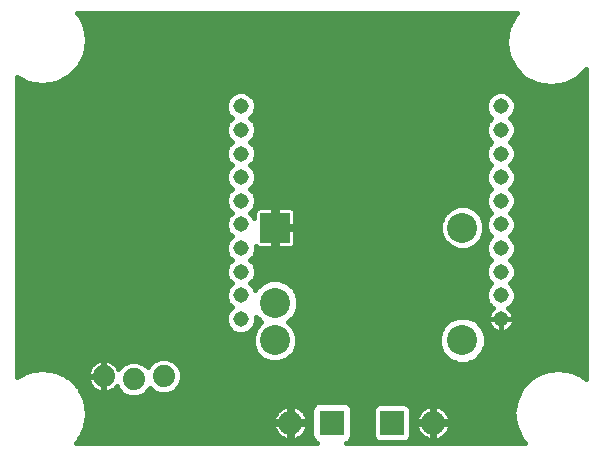
<source format=gbl>
G75*
G70*
%OFA0B0*%
%FSLAX24Y24*%
%IPPOS*%
%LPD*%
%AMOC8*
5,1,8,0,0,1.08239X$1,22.5*
%
%ADD10C,0.0515*%
%ADD11C,0.1000*%
%ADD12R,0.1000X0.1000*%
%ADD13C,0.0740*%
%ADD14R,0.0800X0.0800*%
%ADD15C,0.0800*%
%ADD16C,0.0396*%
%ADD17C,0.0160*%
D10*
X008220Y005014D03*
X008220Y005801D03*
X008220Y006589D03*
X008220Y007376D03*
X008220Y008164D03*
X008220Y008951D03*
X008220Y009738D03*
X008220Y010526D03*
X008220Y011313D03*
X008220Y012101D03*
X016881Y012101D03*
X016881Y011313D03*
X016881Y010526D03*
X016881Y009738D03*
X016881Y008951D03*
X016881Y008164D03*
X016881Y007376D03*
X016881Y006589D03*
X016881Y005801D03*
X016881Y005014D03*
D11*
X015600Y004307D03*
X015600Y008057D03*
X009350Y005557D03*
X009350Y004307D03*
D12*
X009350Y008057D03*
D13*
X005650Y003107D03*
X004650Y003007D03*
X003650Y003107D03*
D14*
X011250Y001557D03*
X013250Y001557D03*
D15*
X014628Y001557D03*
X009872Y001557D03*
D16*
X008150Y001557D03*
X006950Y006457D03*
X001650Y003957D03*
X012150Y013257D03*
X018250Y009457D03*
X016250Y001557D03*
D17*
X002810Y000979D02*
X002718Y000887D01*
X010770Y000887D01*
X010692Y000920D01*
X010613Y000999D01*
X010570Y001102D01*
X010570Y002013D01*
X010613Y002116D01*
X010692Y002195D01*
X010795Y002237D01*
X011706Y002237D01*
X011809Y002195D01*
X011888Y002116D01*
X011930Y002013D01*
X011930Y001102D01*
X011888Y000999D01*
X011809Y000920D01*
X011730Y000887D01*
X017682Y000887D01*
X017591Y000979D01*
X017591Y000979D01*
X017378Y001395D01*
X017378Y001395D01*
X017305Y001857D01*
X017305Y001857D01*
X017378Y002319D01*
X017378Y002319D01*
X017591Y002736D01*
X017591Y002736D01*
X017921Y003067D01*
X017921Y003067D01*
X018338Y003279D01*
X018338Y003279D01*
X018800Y003352D01*
X018800Y003352D01*
X019262Y003279D01*
X019262Y003279D01*
X019679Y003067D01*
X019740Y003005D01*
X019740Y013359D01*
X019429Y013048D01*
X019429Y013048D01*
X019012Y012835D01*
X018550Y012762D01*
X018550Y012762D01*
X018088Y012835D01*
X018088Y012835D01*
X017671Y013048D01*
X017671Y013048D01*
X017341Y013379D01*
X017341Y013379D01*
X017128Y013795D01*
X017128Y013795D01*
X017055Y014257D01*
X017055Y014257D01*
X017128Y014719D01*
X017128Y014719D01*
X017341Y015136D01*
X017341Y015136D01*
X017428Y015223D01*
X002772Y015223D01*
X002810Y015186D01*
X002810Y015186D01*
X003022Y014769D01*
X003022Y014769D01*
X003095Y014307D01*
X003095Y014307D01*
X003022Y013845D01*
X002810Y013429D01*
X002479Y013098D01*
X002479Y013098D01*
X002062Y012885D01*
X002062Y012885D01*
X001600Y012812D01*
X001600Y012812D01*
X001138Y012885D01*
X001138Y012885D01*
X000750Y013083D01*
X000750Y003081D01*
X001138Y003279D01*
X001138Y003279D01*
X001600Y003352D01*
X001600Y003352D01*
X002062Y003279D01*
X002062Y003279D01*
X002479Y003067D01*
X002479Y003067D01*
X002810Y002736D01*
X002810Y002736D01*
X003022Y002319D01*
X003022Y002319D01*
X003095Y001857D01*
X003022Y001395D01*
X003022Y001395D01*
X002810Y000979D01*
X002810Y000979D01*
X002837Y001033D02*
X009624Y001033D01*
X009650Y001020D02*
X009736Y000992D01*
X009827Y000977D01*
X009834Y000977D01*
X009834Y001519D01*
X009910Y001519D01*
X009910Y000977D01*
X009918Y000977D01*
X010008Y000992D01*
X010095Y001020D01*
X010176Y001061D01*
X010250Y001115D01*
X010315Y001179D01*
X010368Y001253D01*
X010410Y001335D01*
X010438Y001422D01*
X010452Y001512D01*
X010452Y001519D01*
X009910Y001519D01*
X009910Y001595D01*
X010452Y001595D01*
X010452Y001603D01*
X010438Y001693D01*
X010410Y001780D01*
X010368Y001861D01*
X010315Y001935D01*
X010250Y002000D01*
X010176Y002053D01*
X010095Y002095D01*
X010008Y002123D01*
X009918Y002137D01*
X009910Y002137D01*
X009910Y001595D01*
X009834Y001595D01*
X009834Y001519D01*
X009292Y001519D01*
X009292Y001512D01*
X009307Y001422D01*
X009335Y001335D01*
X009376Y001253D01*
X009430Y001179D01*
X009494Y001115D01*
X009568Y001061D01*
X009650Y001020D01*
X009834Y001033D02*
X009910Y001033D01*
X009910Y001191D02*
X009834Y001191D01*
X009834Y001350D02*
X009910Y001350D01*
X009910Y001508D02*
X009834Y001508D01*
X009834Y001595D02*
X009292Y001595D01*
X009292Y001603D01*
X009307Y001693D01*
X009335Y001780D01*
X009376Y001861D01*
X009430Y001935D01*
X009494Y002000D01*
X009568Y002053D01*
X009650Y002095D01*
X009736Y002123D01*
X009827Y002137D01*
X009834Y002137D01*
X009834Y001595D01*
X009834Y001667D02*
X009910Y001667D01*
X009910Y001825D02*
X009834Y001825D01*
X009834Y001984D02*
X009910Y001984D01*
X010266Y001984D02*
X010570Y001984D01*
X010570Y001825D02*
X010387Y001825D01*
X010442Y001667D02*
X010570Y001667D01*
X010570Y001508D02*
X010452Y001508D01*
X010415Y001350D02*
X010570Y001350D01*
X010570Y001191D02*
X010323Y001191D01*
X010120Y001033D02*
X010599Y001033D01*
X009421Y001191D02*
X002918Y001191D01*
X002999Y001350D02*
X009330Y001350D01*
X009293Y001508D02*
X003040Y001508D01*
X003065Y001667D02*
X009302Y001667D01*
X009358Y001825D02*
X003090Y001825D01*
X003075Y001984D02*
X009479Y001984D01*
X010639Y002142D02*
X003050Y002142D01*
X003025Y002301D02*
X017375Y002301D01*
X017350Y002142D02*
X013805Y002142D01*
X013786Y002161D02*
X013698Y002197D01*
X012802Y002197D01*
X012714Y002161D01*
X012647Y002093D01*
X012610Y002005D01*
X012610Y001110D01*
X012647Y001021D01*
X012714Y000954D01*
X012802Y000917D01*
X013698Y000917D01*
X013786Y000954D01*
X013854Y001021D01*
X013890Y001110D01*
X013890Y002005D01*
X013854Y002093D01*
X013786Y002161D01*
X013890Y001984D02*
X014234Y001984D01*
X014250Y002000D02*
X014186Y001935D01*
X014132Y001861D01*
X014091Y001780D01*
X014062Y001693D01*
X014048Y001603D01*
X014048Y001595D01*
X014590Y001595D01*
X014590Y001519D01*
X014666Y001519D01*
X014666Y000977D01*
X014674Y000977D01*
X014764Y000992D01*
X014851Y001020D01*
X014932Y001061D01*
X015006Y001115D01*
X015071Y001179D01*
X015124Y001253D01*
X015166Y001335D01*
X015194Y001422D01*
X015208Y001512D01*
X015208Y001519D01*
X014666Y001519D01*
X014666Y001595D01*
X015208Y001595D01*
X015208Y001603D01*
X015194Y001693D01*
X015166Y001780D01*
X015124Y001861D01*
X015071Y001935D01*
X015006Y002000D01*
X014932Y002053D01*
X014851Y002095D01*
X014764Y002123D01*
X014674Y002137D01*
X014666Y002137D01*
X014666Y001595D01*
X014590Y001595D01*
X014590Y002137D01*
X014583Y002137D01*
X014492Y002123D01*
X014406Y002095D01*
X014324Y002053D01*
X014250Y002000D01*
X014114Y001825D02*
X013890Y001825D01*
X013890Y001667D02*
X014058Y001667D01*
X014048Y001519D02*
X014048Y001512D01*
X014062Y001422D01*
X014091Y001335D01*
X014132Y001253D01*
X014186Y001179D01*
X014250Y001115D01*
X014324Y001061D01*
X014406Y001020D01*
X014492Y000992D01*
X014583Y000977D01*
X014590Y000977D01*
X014590Y001519D01*
X014048Y001519D01*
X014049Y001508D02*
X013890Y001508D01*
X013890Y001350D02*
X014086Y001350D01*
X014177Y001191D02*
X013890Y001191D01*
X013858Y001033D02*
X014380Y001033D01*
X014590Y001033D02*
X014666Y001033D01*
X014666Y001191D02*
X014590Y001191D01*
X014590Y001350D02*
X014666Y001350D01*
X014666Y001508D02*
X014590Y001508D01*
X014590Y001667D02*
X014666Y001667D01*
X014666Y001825D02*
X014590Y001825D01*
X014590Y001984D02*
X014666Y001984D01*
X015022Y001984D02*
X017325Y001984D01*
X017310Y001825D02*
X015143Y001825D01*
X015198Y001667D02*
X017335Y001667D01*
X017360Y001508D02*
X015208Y001508D01*
X015171Y001350D02*
X017402Y001350D01*
X017482Y001191D02*
X015079Y001191D01*
X014876Y001033D02*
X017563Y001033D01*
X017450Y002459D02*
X004921Y002459D01*
X004996Y002490D02*
X005167Y002662D01*
X005187Y002708D01*
X005305Y002590D01*
X005529Y002497D01*
X005772Y002497D01*
X005996Y002590D01*
X006167Y002762D01*
X006260Y002986D01*
X006260Y003229D01*
X006167Y003453D01*
X005996Y003624D01*
X005772Y003717D01*
X005529Y003717D01*
X005305Y003624D01*
X005133Y003453D01*
X005114Y003406D01*
X004996Y003524D01*
X004772Y003617D01*
X004529Y003617D01*
X004305Y003524D01*
X004139Y003359D01*
X004121Y003396D01*
X004070Y003466D01*
X004009Y003527D01*
X003938Y003578D01*
X003861Y003617D01*
X003779Y003644D01*
X003693Y003657D01*
X003670Y003657D01*
X003670Y003127D01*
X003630Y003127D01*
X003630Y003087D01*
X003670Y003087D01*
X003670Y002557D01*
X003693Y002557D01*
X003779Y002571D01*
X003861Y002598D01*
X003938Y002637D01*
X004009Y002688D01*
X004070Y002749D01*
X004087Y002773D01*
X004133Y002662D01*
X004305Y002490D01*
X004529Y002397D01*
X004772Y002397D01*
X004996Y002490D01*
X005123Y002618D02*
X005277Y002618D01*
X006023Y002618D02*
X017530Y002618D01*
X017631Y002776D02*
X006173Y002776D01*
X006239Y002935D02*
X017789Y002935D01*
X017974Y003093D02*
X006260Y003093D01*
X006251Y003252D02*
X018285Y003252D01*
X019316Y003252D02*
X019740Y003252D01*
X019740Y003410D02*
X006185Y003410D01*
X006051Y003569D02*
X009199Y003569D01*
X009203Y003567D02*
X009497Y003567D01*
X009769Y003680D01*
X009978Y003888D01*
X010090Y004160D01*
X010090Y004455D01*
X009978Y004726D01*
X009800Y004904D01*
X010011Y005115D01*
X010130Y005402D01*
X010130Y005712D01*
X010011Y005999D01*
X009792Y006219D01*
X009505Y006337D01*
X009195Y006337D01*
X008908Y006219D01*
X008689Y005999D01*
X008683Y005984D01*
X008641Y006083D01*
X008529Y006195D01*
X008641Y006307D01*
X008717Y006490D01*
X008717Y006688D01*
X008641Y006871D01*
X008529Y006983D01*
X008641Y007094D01*
X008717Y007277D01*
X008717Y007436D01*
X008740Y007413D01*
X008781Y007390D01*
X008827Y007377D01*
X009293Y007377D01*
X009293Y008000D01*
X009408Y008000D01*
X009408Y008115D01*
X010030Y008115D01*
X010030Y008581D01*
X010018Y008627D01*
X009994Y008668D01*
X009961Y008701D01*
X009920Y008725D01*
X009874Y008737D01*
X009408Y008737D01*
X009408Y008115D01*
X009293Y008115D01*
X009293Y008737D01*
X008827Y008737D01*
X008781Y008725D01*
X008740Y008701D01*
X008706Y008668D01*
X008682Y008627D01*
X008670Y008581D01*
X008670Y008375D01*
X008641Y008445D01*
X008529Y008557D01*
X008641Y008669D01*
X008717Y008852D01*
X008717Y009050D01*
X008641Y009233D01*
X008529Y009345D01*
X008641Y009457D01*
X008717Y009639D01*
X008717Y009837D01*
X008641Y010020D01*
X008529Y010132D01*
X008641Y010244D01*
X008717Y010427D01*
X008717Y010625D01*
X008641Y010808D01*
X008529Y010920D01*
X008641Y011031D01*
X008717Y011214D01*
X008717Y011412D01*
X008641Y011595D01*
X008529Y011707D01*
X008641Y011819D01*
X008717Y012002D01*
X008717Y012200D01*
X008641Y012382D01*
X008501Y012522D01*
X008318Y012598D01*
X008121Y012598D01*
X007938Y012522D01*
X007798Y012382D01*
X007722Y012200D01*
X007722Y012002D01*
X007798Y011819D01*
X007910Y011707D01*
X007798Y011595D01*
X007722Y011412D01*
X007722Y011214D01*
X007798Y011031D01*
X007910Y010920D01*
X007798Y010808D01*
X007722Y010625D01*
X007722Y010427D01*
X007798Y010244D01*
X007910Y010132D01*
X007798Y010020D01*
X007722Y009837D01*
X007722Y009639D01*
X007798Y009457D01*
X007910Y009345D01*
X007798Y009233D01*
X007722Y009050D01*
X007722Y008852D01*
X007798Y008669D01*
X007910Y008557D01*
X007798Y008445D01*
X007722Y008263D01*
X007722Y008065D01*
X007798Y007882D01*
X007910Y007770D01*
X007798Y007658D01*
X007722Y007475D01*
X007722Y007277D01*
X007798Y007094D01*
X007910Y006983D01*
X007798Y006871D01*
X007722Y006688D01*
X007722Y006490D01*
X007798Y006307D01*
X007910Y006195D01*
X007798Y006083D01*
X007722Y005900D01*
X007722Y005702D01*
X007798Y005520D01*
X007910Y005408D01*
X007798Y005296D01*
X007722Y005113D01*
X007722Y004915D01*
X007798Y004732D01*
X007938Y004592D01*
X008121Y004517D01*
X008318Y004517D01*
X008501Y004592D01*
X008641Y004732D01*
X008717Y004915D01*
X008717Y005087D01*
X008900Y004904D01*
X008723Y004726D01*
X008610Y004455D01*
X008610Y004160D01*
X008723Y003888D01*
X008931Y003680D01*
X009203Y003567D01*
X009501Y003569D02*
X015345Y003569D01*
X015445Y003527D02*
X015755Y003527D01*
X016042Y003646D01*
X016261Y003865D01*
X016380Y004152D01*
X016380Y004462D01*
X016261Y004749D01*
X016042Y004969D01*
X015755Y005087D01*
X015445Y005087D01*
X015158Y004969D01*
X014939Y004749D01*
X014820Y004462D01*
X014820Y004152D01*
X014939Y003865D01*
X015158Y003646D01*
X015445Y003527D01*
X015077Y003727D02*
X009817Y003727D01*
X009975Y003886D02*
X014931Y003886D01*
X014865Y004044D02*
X010042Y004044D01*
X010090Y004203D02*
X014820Y004203D01*
X014820Y004361D02*
X010090Y004361D01*
X010063Y004520D02*
X014844Y004520D01*
X014910Y004678D02*
X009998Y004678D01*
X009867Y004837D02*
X015027Y004837D01*
X015223Y004995D02*
X009891Y004995D01*
X010027Y005154D02*
X016466Y005154D01*
X016475Y005182D02*
X016454Y005116D01*
X016443Y005048D01*
X016443Y005014D01*
X016443Y004980D01*
X016454Y004912D01*
X016475Y004846D01*
X016507Y004785D01*
X016547Y004729D01*
X016596Y004680D01*
X016652Y004640D01*
X016713Y004609D01*
X016778Y004587D01*
X016846Y004577D01*
X016881Y004577D01*
X016915Y004577D01*
X016983Y004587D01*
X017049Y004609D01*
X017110Y004640D01*
X017166Y004680D01*
X017215Y004729D01*
X017255Y004785D01*
X017286Y004846D01*
X017308Y004912D01*
X017318Y004980D01*
X017318Y005014D01*
X016881Y005014D01*
X016881Y005014D01*
X017318Y005014D01*
X017318Y005048D01*
X017308Y005116D01*
X017286Y005182D01*
X017255Y005243D01*
X017215Y005299D01*
X017166Y005348D01*
X017137Y005369D01*
X017163Y005380D01*
X017303Y005520D01*
X017378Y005702D01*
X017378Y005900D01*
X017303Y006083D01*
X017191Y006195D01*
X017303Y006307D01*
X017378Y006490D01*
X017378Y006688D01*
X017303Y006871D01*
X017191Y006983D01*
X017303Y007094D01*
X017378Y007277D01*
X017378Y007475D01*
X017303Y007658D01*
X017191Y007770D01*
X017303Y007882D01*
X017378Y008065D01*
X017378Y008263D01*
X017303Y008445D01*
X017191Y008557D01*
X017303Y008669D01*
X017378Y008852D01*
X017378Y009050D01*
X017303Y009233D01*
X017191Y009345D01*
X017303Y009457D01*
X017378Y009639D01*
X017378Y009837D01*
X017303Y010020D01*
X017191Y010132D01*
X017303Y010244D01*
X017378Y010427D01*
X017378Y010625D01*
X017303Y010808D01*
X017191Y010920D01*
X017303Y011031D01*
X017378Y011214D01*
X017378Y011412D01*
X017303Y011595D01*
X017191Y011707D01*
X017303Y011819D01*
X017378Y012002D01*
X017378Y012200D01*
X017303Y012382D01*
X017163Y012522D01*
X016980Y012598D01*
X016782Y012598D01*
X016599Y012522D01*
X016459Y012382D01*
X016383Y012200D01*
X016383Y012002D01*
X016459Y011819D01*
X016571Y011707D01*
X016459Y011595D01*
X016383Y011412D01*
X016383Y011214D01*
X016459Y011031D01*
X016571Y010920D01*
X016459Y010808D01*
X016383Y010625D01*
X016383Y010427D01*
X016459Y010244D01*
X016571Y010132D01*
X016459Y010020D01*
X016383Y009837D01*
X016383Y009639D01*
X016459Y009457D01*
X016571Y009345D01*
X016459Y009233D01*
X016383Y009050D01*
X016383Y008852D01*
X016459Y008669D01*
X016571Y008557D01*
X016459Y008445D01*
X016383Y008263D01*
X016383Y008065D01*
X016459Y007882D01*
X016571Y007770D01*
X016459Y007658D01*
X016383Y007475D01*
X016383Y007277D01*
X016459Y007094D01*
X016571Y006983D01*
X016459Y006871D01*
X016383Y006688D01*
X016383Y006490D01*
X016459Y006307D01*
X016571Y006195D01*
X016459Y006083D01*
X016383Y005900D01*
X016383Y005702D01*
X016459Y005520D01*
X016599Y005380D01*
X016625Y005369D01*
X016596Y005348D01*
X016547Y005299D01*
X016507Y005243D01*
X016475Y005182D01*
X016561Y005312D02*
X010093Y005312D01*
X010130Y005471D02*
X016508Y005471D01*
X016414Y005629D02*
X010130Y005629D01*
X010099Y005788D02*
X016383Y005788D01*
X016402Y005946D02*
X010033Y005946D01*
X009906Y006105D02*
X016481Y006105D01*
X016503Y006263D02*
X009684Y006263D01*
X009016Y006263D02*
X008598Y006263D01*
X008620Y006105D02*
X008795Y006105D01*
X008689Y006422D02*
X016412Y006422D01*
X016383Y006580D02*
X008717Y006580D01*
X008696Y006739D02*
X016405Y006739D01*
X016486Y006897D02*
X008615Y006897D01*
X008603Y007056D02*
X016498Y007056D01*
X016410Y007214D02*
X008691Y007214D01*
X008717Y007373D02*
X015319Y007373D01*
X015453Y007317D02*
X015747Y007317D01*
X016019Y007430D01*
X016228Y007638D01*
X016340Y007910D01*
X016340Y008205D01*
X016228Y008476D01*
X016019Y008685D01*
X015747Y008797D01*
X015453Y008797D01*
X015181Y008685D01*
X014973Y008476D01*
X014860Y008205D01*
X014860Y007910D01*
X014973Y007638D01*
X015181Y007430D01*
X015453Y007317D01*
X015080Y007531D02*
X010030Y007531D01*
X010030Y007534D02*
X010030Y008000D01*
X009408Y008000D01*
X009408Y007377D01*
X009874Y007377D01*
X009920Y007390D01*
X009961Y007413D01*
X009994Y007447D01*
X010018Y007488D01*
X010030Y007534D01*
X010030Y007690D02*
X014951Y007690D01*
X014886Y007848D02*
X010030Y007848D01*
X010030Y008165D02*
X014860Y008165D01*
X014860Y008007D02*
X009408Y008007D01*
X009408Y008165D02*
X009293Y008165D01*
X009293Y008324D02*
X009408Y008324D01*
X009408Y008482D02*
X009293Y008482D01*
X009293Y008641D02*
X009408Y008641D01*
X010010Y008641D02*
X015137Y008641D01*
X014979Y008482D02*
X010030Y008482D01*
X010030Y008324D02*
X014910Y008324D01*
X016063Y008641D02*
X016488Y008641D01*
X016496Y008482D02*
X016222Y008482D01*
X016291Y008324D02*
X016409Y008324D01*
X016383Y008165D02*
X016340Y008165D01*
X016340Y008007D02*
X016407Y008007D01*
X016493Y007848D02*
X016315Y007848D01*
X016249Y007690D02*
X016491Y007690D01*
X016407Y007531D02*
X016121Y007531D01*
X015881Y007373D02*
X016383Y007373D01*
X017264Y007056D02*
X019740Y007056D01*
X019740Y007214D02*
X017352Y007214D01*
X017378Y007373D02*
X019740Y007373D01*
X019740Y007531D02*
X017355Y007531D01*
X017271Y007690D02*
X019740Y007690D01*
X019740Y007848D02*
X017269Y007848D01*
X017354Y008007D02*
X019740Y008007D01*
X019740Y008165D02*
X017378Y008165D01*
X017353Y008324D02*
X019740Y008324D01*
X019740Y008482D02*
X017266Y008482D01*
X017274Y008641D02*
X019740Y008641D01*
X019740Y008799D02*
X017357Y008799D01*
X017378Y008958D02*
X019740Y008958D01*
X019740Y009116D02*
X017351Y009116D01*
X017261Y009275D02*
X019740Y009275D01*
X019740Y009433D02*
X017279Y009433D01*
X017359Y009592D02*
X019740Y009592D01*
X019740Y009750D02*
X017378Y009750D01*
X017349Y009909D02*
X019740Y009909D01*
X019740Y010067D02*
X017256Y010067D01*
X017284Y010226D02*
X019740Y010226D01*
X019740Y010384D02*
X017361Y010384D01*
X017378Y010543D02*
X019740Y010543D01*
X019740Y010701D02*
X017347Y010701D01*
X017250Y010860D02*
X019740Y010860D01*
X019740Y011018D02*
X017290Y011018D01*
X017363Y011177D02*
X019740Y011177D01*
X019740Y011335D02*
X017378Y011335D01*
X017345Y011494D02*
X019740Y011494D01*
X019740Y011652D02*
X017245Y011652D01*
X017295Y011811D02*
X019740Y011811D01*
X019740Y011969D02*
X017365Y011969D01*
X017378Y012128D02*
X019740Y012128D01*
X019740Y012286D02*
X017342Y012286D01*
X017240Y012445D02*
X019740Y012445D01*
X019740Y012603D02*
X000750Y012603D01*
X000750Y012445D02*
X007860Y012445D01*
X007758Y012286D02*
X000750Y012286D01*
X000750Y012128D02*
X007722Y012128D01*
X007735Y011969D02*
X000750Y011969D01*
X000750Y011811D02*
X007806Y011811D01*
X007855Y011652D02*
X000750Y011652D01*
X000750Y011494D02*
X007756Y011494D01*
X007722Y011335D02*
X000750Y011335D01*
X000750Y011177D02*
X007738Y011177D01*
X007811Y011018D02*
X000750Y011018D01*
X000750Y010860D02*
X007850Y010860D01*
X007754Y010701D02*
X000750Y010701D01*
X000750Y010543D02*
X007722Y010543D01*
X007740Y010384D02*
X000750Y010384D01*
X000750Y010226D02*
X007816Y010226D01*
X007845Y010067D02*
X000750Y010067D01*
X000750Y009909D02*
X007752Y009909D01*
X007722Y009750D02*
X000750Y009750D01*
X000750Y009592D02*
X007742Y009592D01*
X007821Y009433D02*
X000750Y009433D01*
X000750Y009275D02*
X007840Y009275D01*
X007750Y009116D02*
X000750Y009116D01*
X000750Y008958D02*
X007722Y008958D01*
X007744Y008799D02*
X000750Y008799D01*
X000750Y008641D02*
X007826Y008641D01*
X007835Y008482D02*
X000750Y008482D01*
X000750Y008324D02*
X007747Y008324D01*
X007722Y008165D02*
X000750Y008165D01*
X000750Y008007D02*
X007746Y008007D01*
X007831Y007848D02*
X000750Y007848D01*
X000750Y007690D02*
X007830Y007690D01*
X007745Y007531D02*
X000750Y007531D01*
X000750Y007373D02*
X007722Y007373D01*
X007748Y007214D02*
X000750Y007214D01*
X000750Y007056D02*
X007836Y007056D01*
X007824Y006897D02*
X000750Y006897D01*
X000750Y006739D02*
X007743Y006739D01*
X007722Y006580D02*
X000750Y006580D01*
X000750Y006422D02*
X007750Y006422D01*
X007841Y006263D02*
X000750Y006263D01*
X000750Y006105D02*
X007819Y006105D01*
X007741Y005946D02*
X000750Y005946D01*
X000750Y005788D02*
X007722Y005788D01*
X007752Y005629D02*
X000750Y005629D01*
X000750Y005471D02*
X007847Y005471D01*
X007814Y005312D02*
X000750Y005312D01*
X000750Y005154D02*
X007739Y005154D01*
X007722Y004995D02*
X000750Y004995D01*
X000750Y004837D02*
X007754Y004837D01*
X007852Y004678D02*
X000750Y004678D01*
X000750Y004520D02*
X008113Y004520D01*
X008326Y004520D02*
X008637Y004520D01*
X008610Y004361D02*
X000750Y004361D01*
X000750Y004203D02*
X008610Y004203D01*
X008658Y004044D02*
X000750Y004044D01*
X000750Y003886D02*
X008725Y003886D01*
X008884Y003727D02*
X000750Y003727D01*
X000750Y003569D02*
X003350Y003569D01*
X003362Y003578D02*
X003292Y003527D01*
X003231Y003466D01*
X003180Y003396D01*
X003141Y003318D01*
X003114Y003236D01*
X003100Y003151D01*
X003100Y003127D01*
X003630Y003127D01*
X003630Y003657D01*
X003607Y003657D01*
X003521Y003644D01*
X003439Y003617D01*
X003362Y003578D01*
X003191Y003410D02*
X000750Y003410D01*
X000750Y003252D02*
X001085Y003252D01*
X000774Y003093D02*
X000750Y003093D01*
X002116Y003252D02*
X003119Y003252D01*
X003100Y003087D02*
X003100Y003064D01*
X003114Y002979D01*
X003141Y002896D01*
X003180Y002819D01*
X003231Y002749D01*
X003292Y002688D01*
X003362Y002637D01*
X003439Y002598D01*
X003521Y002571D01*
X003607Y002557D01*
X003630Y002557D01*
X003630Y003087D01*
X003100Y003087D01*
X003128Y002935D02*
X002611Y002935D01*
X002769Y002776D02*
X003211Y002776D01*
X003399Y002618D02*
X002870Y002618D01*
X002951Y002459D02*
X004379Y002459D01*
X004177Y002618D02*
X003901Y002618D01*
X003670Y002618D02*
X003630Y002618D01*
X003630Y002776D02*
X003670Y002776D01*
X003670Y002935D02*
X003630Y002935D01*
X003630Y003093D02*
X002427Y003093D01*
X003630Y003252D02*
X003670Y003252D01*
X003670Y003410D02*
X003630Y003410D01*
X003630Y003569D02*
X003670Y003569D01*
X003951Y003569D02*
X004412Y003569D01*
X004191Y003410D02*
X004110Y003410D01*
X004889Y003569D02*
X005249Y003569D01*
X005115Y003410D02*
X005110Y003410D01*
X008587Y004678D02*
X008703Y004678D01*
X008685Y004837D02*
X008833Y004837D01*
X008809Y004995D02*
X008717Y004995D01*
X009293Y007531D02*
X009408Y007531D01*
X009408Y007690D02*
X009293Y007690D01*
X009293Y007848D02*
X009408Y007848D01*
X008670Y008482D02*
X008604Y008482D01*
X008613Y008641D02*
X008691Y008641D01*
X008695Y008799D02*
X016405Y008799D01*
X016383Y008958D02*
X008717Y008958D01*
X008689Y009116D02*
X016411Y009116D01*
X016501Y009275D02*
X008599Y009275D01*
X008618Y009433D02*
X016482Y009433D01*
X016403Y009592D02*
X008697Y009592D01*
X008717Y009750D02*
X016383Y009750D01*
X016413Y009909D02*
X008687Y009909D01*
X008594Y010067D02*
X016506Y010067D01*
X016477Y010226D02*
X008623Y010226D01*
X008699Y010384D02*
X016401Y010384D01*
X016383Y010543D02*
X008717Y010543D01*
X008685Y010701D02*
X016415Y010701D01*
X016511Y010860D02*
X008589Y010860D01*
X008628Y011018D02*
X016472Y011018D01*
X016399Y011177D02*
X008701Y011177D01*
X008717Y011335D02*
X016383Y011335D01*
X016417Y011494D02*
X008683Y011494D01*
X008584Y011652D02*
X016516Y011652D01*
X016467Y011811D02*
X008633Y011811D01*
X008704Y011969D02*
X016397Y011969D01*
X016383Y012128D02*
X008717Y012128D01*
X008681Y012286D02*
X016419Y012286D01*
X016522Y012445D02*
X008579Y012445D01*
X003076Y014188D02*
X017066Y014188D01*
X017069Y014347D02*
X003089Y014347D01*
X003064Y014505D02*
X017094Y014505D01*
X017120Y014664D02*
X003039Y014664D01*
X002995Y014822D02*
X017181Y014822D01*
X017262Y014981D02*
X002914Y014981D01*
X002833Y015139D02*
X017344Y015139D01*
X017091Y014030D02*
X003051Y014030D01*
X003026Y013871D02*
X017116Y013871D01*
X017170Y013713D02*
X002955Y013713D01*
X002874Y013554D02*
X017251Y013554D01*
X017332Y013396D02*
X002777Y013396D01*
X002618Y013237D02*
X017482Y013237D01*
X017640Y013079D02*
X002442Y013079D01*
X002131Y012920D02*
X017922Y012920D01*
X019179Y012920D02*
X019740Y012920D01*
X019740Y012762D02*
X000750Y012762D01*
X000750Y012920D02*
X001070Y012920D01*
X000759Y013079D02*
X000750Y013079D01*
X011861Y002142D02*
X012696Y002142D01*
X012610Y001984D02*
X011930Y001984D01*
X011930Y001825D02*
X012610Y001825D01*
X012610Y001667D02*
X011930Y001667D01*
X011930Y001508D02*
X012610Y001508D01*
X012610Y001350D02*
X011930Y001350D01*
X011930Y001191D02*
X012610Y001191D01*
X012642Y001033D02*
X011902Y001033D01*
X015856Y003569D02*
X019740Y003569D01*
X019740Y003727D02*
X016123Y003727D01*
X016270Y003886D02*
X019740Y003886D01*
X019740Y004044D02*
X016336Y004044D01*
X016380Y004203D02*
X019740Y004203D01*
X019740Y004361D02*
X016380Y004361D01*
X016356Y004520D02*
X019740Y004520D01*
X019740Y004678D02*
X017163Y004678D01*
X017282Y004837D02*
X019740Y004837D01*
X019740Y004995D02*
X017318Y004995D01*
X017295Y005154D02*
X019740Y005154D01*
X019740Y005312D02*
X017201Y005312D01*
X017254Y005471D02*
X019740Y005471D01*
X019740Y005629D02*
X017348Y005629D01*
X017378Y005788D02*
X019740Y005788D01*
X019740Y005946D02*
X017359Y005946D01*
X017281Y006105D02*
X019740Y006105D01*
X019740Y006263D02*
X017259Y006263D01*
X017350Y006422D02*
X019740Y006422D01*
X019740Y006580D02*
X017378Y006580D01*
X017357Y006739D02*
X019740Y006739D01*
X019740Y006897D02*
X017276Y006897D01*
X016881Y005014D02*
X016443Y005014D01*
X016881Y005014D01*
X016881Y004577D01*
X016881Y005014D01*
X016881Y005014D01*
X016881Y005014D01*
X016881Y004995D02*
X016881Y004995D01*
X016881Y004837D02*
X016881Y004837D01*
X016881Y004678D02*
X016881Y004678D01*
X016599Y004678D02*
X016291Y004678D01*
X016174Y004837D02*
X016480Y004837D01*
X016443Y004995D02*
X015977Y004995D01*
X019627Y003093D02*
X019740Y003093D01*
X019679Y003067D02*
X019679Y003067D01*
X019740Y013079D02*
X019460Y013079D01*
X019618Y013237D02*
X019740Y013237D01*
M02*

</source>
